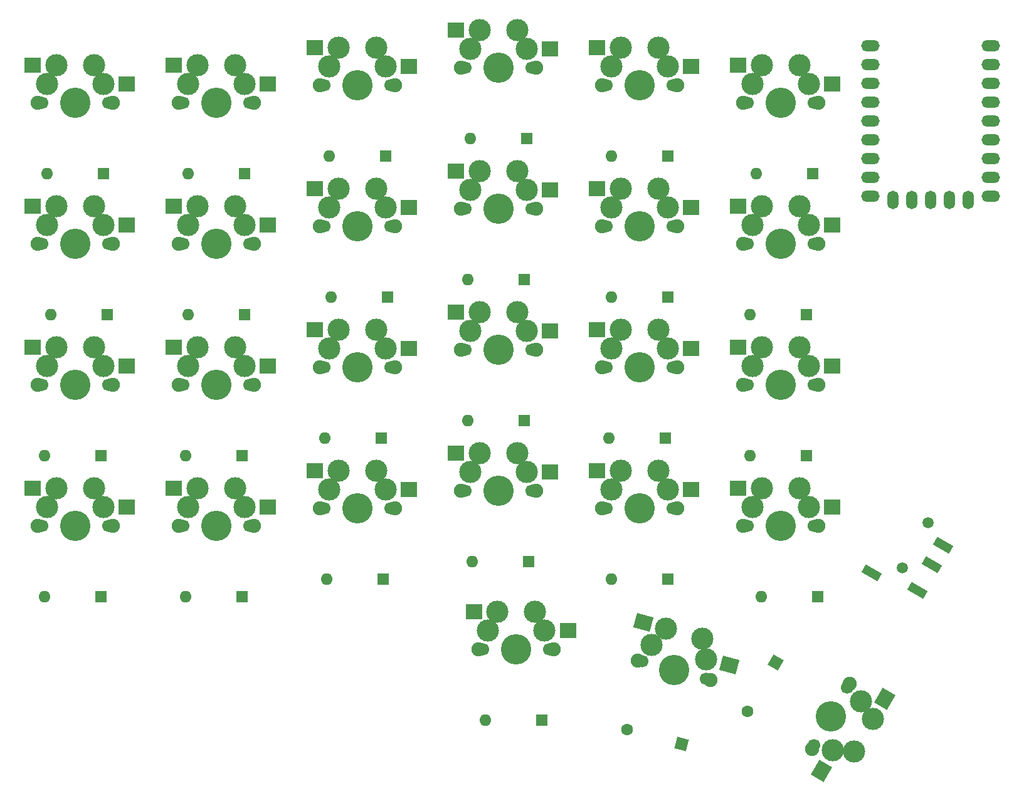
<source format=gts>
G04 #@! TF.GenerationSoftware,KiCad,Pcbnew,8.0.4*
G04 #@! TF.CreationDate,2024-09-10T03:21:52+03:00*
G04 #@! TF.ProjectId,silakka54,73696c61-6b6b-4613-9534-2e6b69636164,rev?*
G04 #@! TF.SameCoordinates,Original*
G04 #@! TF.FileFunction,Soldermask,Top*
G04 #@! TF.FilePolarity,Negative*
%FSLAX46Y46*%
G04 Gerber Fmt 4.6, Leading zero omitted, Abs format (unit mm)*
G04 Created by KiCad (PCBNEW 8.0.4) date 2024-09-10 03:21:52*
%MOMM*%
%LPD*%
G01*
G04 APERTURE LIST*
G04 Aperture macros list*
%AMHorizOval*
0 Thick line with rounded ends*
0 $1 width*
0 $2 $3 position (X,Y) of the first rounded end (center of the circle)*
0 $4 $5 position (X,Y) of the second rounded end (center of the circle)*
0 Add line between two ends*
20,1,$1,$2,$3,$4,$5,0*
0 Add two circle primitives to create the rounded ends*
1,1,$1,$2,$3*
1,1,$1,$4,$5*%
%AMRotRect*
0 Rectangle, with rotation*
0 The origin of the aperture is its center*
0 $1 length*
0 $2 width*
0 $3 Rotation angle, in degrees counterclockwise*
0 Add horizontal line*
21,1,$1,$2,0,0,$3*%
G04 Aperture macros list end*
%ADD10R,1.600000X1.600000*%
%ADD11O,1.600000X1.600000*%
%ADD12C,1.900000*%
%ADD13C,1.700000*%
%ADD14C,3.000000*%
%ADD15C,4.100000*%
%ADD16R,2.300000X2.000000*%
%ADD17RotRect,1.600000X1.600000X240.000000*%
%ADD18HorizOval,1.600000X0.000000X0.000000X0.000000X0.000000X0*%
%ADD19RotRect,2.300000X2.000000X165.000000*%
%ADD20RotRect,1.200000X2.500000X240.000000*%
%ADD21RotRect,2.300000X2.000000X60.000000*%
%ADD22O,2.500000X1.500000*%
%ADD23O,1.500000X2.500000*%
%ADD24RotRect,1.600000X1.600000X165.000000*%
%ADD25HorizOval,1.600000X0.000000X0.000000X0.000000X0.000000X0*%
%ADD26C,1.500000*%
G04 APERTURE END LIST*
D10*
G04 #@! TO.C,D18*
X138928750Y-88106250D03*
D11*
X131308750Y-88106250D03*
G04 #@! TD*
D10*
G04 #@! TO.C,D9*
X82378750Y-66675000D03*
D11*
X74758750Y-66675000D03*
G04 #@! TD*
D10*
G04 #@! TO.C,D5*
X120228749Y-47625001D03*
D11*
X112608749Y-47625001D03*
G04 #@! TD*
D12*
G04 #@! TO.C,S25*
X94670000Y-114300000D03*
D13*
X95250000Y-114300000D03*
D14*
X95940000Y-111760000D03*
X97210000Y-109220000D03*
D15*
X99750000Y-114300000D03*
D14*
X102290000Y-109220000D03*
X103560000Y-111759999D03*
D13*
X104250000Y-114300000D03*
D12*
X104830000Y-114300000D03*
D16*
X106750000Y-111720000D03*
X94050000Y-109180000D03*
G04 #@! TD*
D17*
G04 #@! TO.C,D27*
X134817500Y-116066052D03*
D18*
X131007500Y-122665166D03*
G04 #@! TD*
D12*
G04 #@! TO.C,S11*
X111338750Y-57150000D03*
D13*
X111918750Y-57150000D03*
D14*
X112608750Y-54610000D03*
X113878750Y-52070000D03*
D15*
X116418750Y-57150000D03*
D14*
X118958750Y-52070000D03*
X120228750Y-54609999D03*
D13*
X120918750Y-57150000D03*
D12*
X121498750Y-57150000D03*
D16*
X123418750Y-54570000D03*
X110718750Y-52030000D03*
G04 #@! TD*
D12*
G04 #@! TO.C,S5*
X111338750Y-38100000D03*
D13*
X111918750Y-38100000D03*
D14*
X112608750Y-35560000D03*
X113878750Y-33020000D03*
D15*
X116418750Y-38100000D03*
D14*
X118958750Y-33020000D03*
X120228750Y-35559999D03*
D13*
X120918750Y-38100000D03*
D12*
X121498750Y-38100000D03*
D16*
X123418750Y-35520000D03*
X110718750Y-32980000D03*
G04 #@! TD*
D12*
G04 #@! TO.C,S6*
X130388750Y-40481250D03*
D13*
X130968750Y-40481250D03*
D14*
X131658750Y-37941250D03*
X132928750Y-35401250D03*
D15*
X135468750Y-40481250D03*
D14*
X138008750Y-35401250D03*
X139278750Y-37941249D03*
D13*
X139968750Y-40481250D03*
D12*
X140548750Y-40481250D03*
D16*
X142468750Y-37901250D03*
X129768750Y-35361250D03*
G04 #@! TD*
D12*
G04 #@! TO.C,S10*
X92288750Y-54768750D03*
D13*
X92868750Y-54768750D03*
D14*
X93558750Y-52228750D03*
X94828750Y-49688750D03*
D15*
X97368750Y-54768750D03*
D14*
X99908750Y-49688750D03*
X101178750Y-52228749D03*
D13*
X101868750Y-54768750D03*
D12*
X102448750Y-54768750D03*
D16*
X104368750Y-52188750D03*
X91668750Y-49648750D03*
G04 #@! TD*
D10*
G04 #@! TO.C,D25*
X103210002Y-123825001D03*
D11*
X95590002Y-123825001D03*
G04 #@! TD*
D12*
G04 #@! TO.C,S23*
X111338750Y-95250000D03*
D13*
X111918750Y-95250000D03*
D14*
X112608750Y-92710000D03*
X113878750Y-90170000D03*
D15*
X116418750Y-95250000D03*
D14*
X118958750Y-90170000D03*
X120228750Y-92709999D03*
D13*
X120918750Y-95250000D03*
D12*
X121498750Y-95250000D03*
D16*
X123418750Y-92670000D03*
X110718750Y-90130000D03*
G04 #@! TD*
D10*
G04 #@! TO.C,D16*
X100828750Y-83343750D03*
D11*
X93208750Y-83343750D03*
G04 #@! TD*
D10*
G04 #@! TO.C,D21*
X81778752Y-104775001D03*
D11*
X74158752Y-104775001D03*
G04 #@! TD*
D10*
G04 #@! TO.C,D14*
X62728750Y-88106250D03*
D11*
X55108750Y-88106250D03*
G04 #@! TD*
D12*
G04 #@! TO.C,S3*
X73238750Y-38100000D03*
D13*
X73818750Y-38100000D03*
D14*
X74508750Y-35560000D03*
X75778750Y-33020000D03*
D15*
X78318750Y-38100000D03*
D14*
X80858750Y-33020000D03*
X82128750Y-35559999D03*
D13*
X82818750Y-38100000D03*
D12*
X83398750Y-38100000D03*
D16*
X85318750Y-35520000D03*
X72618750Y-32980000D03*
G04 #@! TD*
D12*
G04 #@! TO.C,S26*
X116191847Y-115766449D03*
D13*
X116752084Y-115916564D03*
D14*
X118075973Y-113641698D03*
X119960099Y-111516946D03*
D15*
X121098750Y-117081250D03*
D14*
X124867002Y-112831747D03*
X125436328Y-115613898D03*
D13*
X125445416Y-118245936D03*
D12*
X126005653Y-118396051D03*
D19*
X128527984Y-116400895D03*
X116918126Y-110660441D03*
G04 #@! TD*
D12*
G04 #@! TO.C,S17*
X111338750Y-76200000D03*
D13*
X111918750Y-76200000D03*
D14*
X112608750Y-73660000D03*
X113878750Y-71120000D03*
D15*
X116418750Y-76200000D03*
D14*
X118958750Y-71120000D03*
X120228750Y-73659999D03*
D13*
X120918750Y-76200000D03*
D12*
X121498750Y-76200000D03*
D16*
X123418750Y-73620000D03*
X110718750Y-71080000D03*
G04 #@! TD*
D12*
G04 #@! TO.C,S8*
X54188750Y-59531250D03*
D13*
X54768750Y-59531250D03*
D14*
X55458750Y-56991250D03*
X56728750Y-54451250D03*
D15*
X59268750Y-59531250D03*
D14*
X61808750Y-54451250D03*
X63078750Y-56991249D03*
D13*
X63768750Y-59531250D03*
D12*
X64348750Y-59531250D03*
D16*
X66268750Y-56951250D03*
X53568750Y-54411250D03*
G04 #@! TD*
D20*
G04 #@! TO.C,J1*
X155925412Y-102814968D03*
X157425409Y-100216893D03*
X147746245Y-103981696D03*
X153925410Y-106279070D03*
G04 #@! TD*
D10*
G04 #@! TO.C,D3*
X82128749Y-47625000D03*
D11*
X74508749Y-47625000D03*
G04 #@! TD*
D10*
G04 #@! TO.C,D1*
X44028749Y-50006251D03*
D11*
X36408749Y-50006251D03*
G04 #@! TD*
D10*
G04 #@! TO.C,D7*
X44528750Y-69056250D03*
D11*
X36908750Y-69056250D03*
G04 #@! TD*
D12*
G04 #@! TO.C,S13*
X35138750Y-78581250D03*
D13*
X35718750Y-78581250D03*
D14*
X36408750Y-76041250D03*
X37678750Y-73501250D03*
D15*
X40218750Y-78581250D03*
D14*
X42758750Y-73501250D03*
X44028750Y-76041249D03*
D13*
X44718750Y-78581250D03*
D12*
X45298750Y-78581250D03*
D16*
X47218750Y-76001250D03*
X34518750Y-73461250D03*
G04 #@! TD*
D12*
G04 #@! TO.C,S16*
X92288750Y-73818750D03*
D13*
X92868750Y-73818750D03*
D14*
X93558750Y-71278750D03*
X94828750Y-68738750D03*
D15*
X97368750Y-73818750D03*
D14*
X99908750Y-68738750D03*
X101178750Y-71278749D03*
D13*
X101868750Y-73818750D03*
D12*
X102448750Y-73818750D03*
D16*
X104368750Y-71238750D03*
X91668750Y-68698750D03*
G04 #@! TD*
D12*
G04 #@! TO.C,S27*
X144768750Y-118911841D03*
D13*
X144478750Y-119414136D03*
D14*
X146333455Y-121281693D03*
X147898159Y-123651545D03*
D15*
X142228750Y-123311250D03*
D14*
X145358159Y-128050955D03*
X142523455Y-127880807D03*
D13*
X139978750Y-127208364D03*
D12*
X139688750Y-127710659D03*
D21*
X140963096Y-130663428D03*
X149512800Y-120934905D03*
G04 #@! TD*
D12*
G04 #@! TO.C,S14*
X54188750Y-78581250D03*
D13*
X54768750Y-78581250D03*
D14*
X55458750Y-76041250D03*
X56728750Y-73501250D03*
D15*
X59268750Y-78581250D03*
D14*
X61808750Y-73501250D03*
X63078750Y-76041249D03*
D13*
X63768750Y-78581250D03*
D12*
X64348750Y-78581250D03*
D16*
X66268750Y-76001250D03*
X53568750Y-73461250D03*
G04 #@! TD*
D12*
G04 #@! TO.C,S7*
X35138750Y-59531250D03*
D13*
X35718750Y-59531250D03*
D14*
X36408750Y-56991250D03*
X37678750Y-54451250D03*
D15*
X40218750Y-59531250D03*
D14*
X42758750Y-54451250D03*
X44028750Y-56991249D03*
D13*
X44718750Y-59531250D03*
D12*
X45298750Y-59531250D03*
D16*
X47218750Y-56951250D03*
X34518750Y-54411250D03*
G04 #@! TD*
D12*
G04 #@! TO.C,S22*
X92288750Y-92868750D03*
D13*
X92868750Y-92868750D03*
D14*
X93558750Y-90328750D03*
X94828750Y-87788750D03*
D15*
X97368750Y-92868750D03*
D14*
X99908750Y-87788750D03*
X101178750Y-90328749D03*
D13*
X101868750Y-92868750D03*
D12*
X102448750Y-92868750D03*
D16*
X104368750Y-90288750D03*
X91668750Y-87748750D03*
G04 #@! TD*
D12*
G04 #@! TO.C,S19*
X35138750Y-97631250D03*
D13*
X35718750Y-97631250D03*
D14*
X36408750Y-95091250D03*
X37678750Y-92551250D03*
D15*
X40218750Y-97631250D03*
D14*
X42758750Y-92551250D03*
X44028750Y-95091249D03*
D13*
X44718750Y-97631250D03*
D12*
X45298750Y-97631250D03*
D16*
X47218750Y-95051250D03*
X34518750Y-92511250D03*
G04 #@! TD*
D10*
G04 #@! TO.C,D17*
X119878752Y-85725001D03*
D11*
X112258752Y-85725001D03*
G04 #@! TD*
D10*
G04 #@! TO.C,D2*
X63078749Y-50006250D03*
D11*
X55458749Y-50006250D03*
G04 #@! TD*
D10*
G04 #@! TO.C,D19*
X43678752Y-107156251D03*
D11*
X36058752Y-107156251D03*
G04 #@! TD*
D22*
G04 #@! TO.C,U1*
X163828750Y-32731250D03*
X163828750Y-35271250D03*
X163828750Y-37811250D03*
X163828750Y-40351250D03*
X163828750Y-42891250D03*
X163828750Y-45431250D03*
X163828750Y-47971250D03*
X163828750Y-50511250D03*
X163828750Y-53051250D03*
D23*
X160788750Y-53551250D03*
X158248750Y-53551250D03*
X155708750Y-53551250D03*
X153168750Y-53551250D03*
X150628750Y-53551250D03*
D22*
X147588750Y-53051250D03*
X147588750Y-50511250D03*
X147588750Y-47971250D03*
X147588750Y-45431250D03*
X147588750Y-42891250D03*
X147588750Y-40351250D03*
X147588750Y-37811250D03*
X147588750Y-35271250D03*
X147588750Y-32731250D03*
G04 #@! TD*
D12*
G04 #@! TO.C,S20*
X54188750Y-97631250D03*
D13*
X54768750Y-97631250D03*
D14*
X55458750Y-95091250D03*
X56728750Y-92551250D03*
D15*
X59268750Y-97631250D03*
D14*
X61808750Y-92551250D03*
X63078750Y-95091249D03*
D13*
X63768750Y-97631250D03*
D12*
X64348750Y-97631250D03*
D16*
X66268750Y-95051250D03*
X53568750Y-92511250D03*
G04 #@! TD*
D10*
G04 #@! TO.C,D10*
X100828752Y-64293751D03*
D11*
X93208752Y-64293751D03*
G04 #@! TD*
D10*
G04 #@! TO.C,D22*
X101441249Y-102393751D03*
D11*
X93821249Y-102393751D03*
G04 #@! TD*
D12*
G04 #@! TO.C,S2*
X54188750Y-40481250D03*
D13*
X54768750Y-40481250D03*
D14*
X55458750Y-37941250D03*
X56728750Y-35401250D03*
D15*
X59268750Y-40481250D03*
D14*
X61808750Y-35401250D03*
X63078750Y-37941249D03*
D13*
X63768750Y-40481250D03*
D12*
X64348750Y-40481250D03*
D16*
X66268750Y-37901250D03*
X53568750Y-35361250D03*
G04 #@! TD*
D10*
G04 #@! TO.C,D15*
X81578751Y-85725000D03*
D11*
X73958751Y-85725000D03*
G04 #@! TD*
D10*
G04 #@! TO.C,D23*
X120228749Y-104775001D03*
D11*
X112608749Y-104775001D03*
G04 #@! TD*
D12*
G04 #@! TO.C,S21*
X73238750Y-95250000D03*
D13*
X73818750Y-95250000D03*
D14*
X74508750Y-92710000D03*
X75778750Y-90170000D03*
D15*
X78318750Y-95250000D03*
D14*
X80858750Y-90170000D03*
X82128750Y-92709999D03*
D13*
X82818750Y-95250000D03*
D12*
X83398750Y-95250000D03*
D16*
X85318750Y-92670000D03*
X72618750Y-90130000D03*
G04 #@! TD*
D12*
G04 #@! TO.C,S12*
X130388750Y-59531250D03*
D13*
X130968750Y-59531250D03*
D14*
X131658750Y-56991250D03*
X132928750Y-54451250D03*
D15*
X135468750Y-59531250D03*
D14*
X138008750Y-54451250D03*
X139278750Y-56991249D03*
D13*
X139968750Y-59531250D03*
D12*
X140548750Y-59531250D03*
D16*
X142468750Y-56951250D03*
X129768750Y-54411250D03*
G04 #@! TD*
D12*
G04 #@! TO.C,S18*
X130388750Y-78581250D03*
D13*
X130968750Y-78581250D03*
D14*
X131658750Y-76041250D03*
X132928750Y-73501250D03*
D15*
X135468750Y-78581250D03*
D14*
X138008750Y-73501250D03*
X139278750Y-76041249D03*
D13*
X139968750Y-78581250D03*
D12*
X140548750Y-78581250D03*
D16*
X142468750Y-76001250D03*
X129768750Y-73461250D03*
G04 #@! TD*
D10*
G04 #@! TO.C,D4*
X101178749Y-45243751D03*
D11*
X93558749Y-45243751D03*
G04 #@! TD*
D24*
G04 #@! TO.C,D26*
X122142103Y-127101764D03*
D25*
X114781748Y-125129563D03*
G04 #@! TD*
D10*
G04 #@! TO.C,D20*
X62728750Y-107156250D03*
D11*
X55108750Y-107156250D03*
G04 #@! TD*
D10*
G04 #@! TO.C,D24*
X140493750Y-107156250D03*
D11*
X132873750Y-107156250D03*
G04 #@! TD*
D12*
G04 #@! TO.C,S4*
X92288750Y-35718750D03*
D13*
X92868750Y-35718750D03*
D14*
X93558750Y-33178750D03*
X94828750Y-30638750D03*
D15*
X97368750Y-35718750D03*
D14*
X99908750Y-30638750D03*
X101178750Y-33178749D03*
D13*
X101868750Y-35718750D03*
D12*
X102448750Y-35718750D03*
D16*
X104368750Y-33138750D03*
X91668750Y-30598750D03*
G04 #@! TD*
D12*
G04 #@! TO.C,S24*
X130388750Y-97631250D03*
D13*
X130968750Y-97631250D03*
D14*
X131658750Y-95091250D03*
X132928750Y-92551250D03*
D15*
X135468750Y-97631250D03*
D14*
X138008750Y-92551250D03*
X139278750Y-95091249D03*
D13*
X139968750Y-97631250D03*
D12*
X140548750Y-97631250D03*
D16*
X142468750Y-95051250D03*
X129768750Y-92511250D03*
G04 #@! TD*
D12*
G04 #@! TO.C,S9*
X73238750Y-57150000D03*
D13*
X73818750Y-57150000D03*
D14*
X74508750Y-54610000D03*
X75778750Y-52070000D03*
D15*
X78318750Y-57150000D03*
D14*
X80858750Y-52070000D03*
X82128750Y-54609999D03*
D13*
X82818750Y-57150000D03*
D12*
X83398750Y-57150000D03*
D16*
X85318750Y-54570000D03*
X72618750Y-52030000D03*
G04 #@! TD*
D10*
G04 #@! TO.C,D13*
X43678752Y-88106251D03*
D11*
X36058752Y-88106251D03*
G04 #@! TD*
D12*
G04 #@! TO.C,S15*
X73238750Y-76200000D03*
D13*
X73818750Y-76200000D03*
D14*
X74508750Y-73660000D03*
X75778750Y-71120000D03*
D15*
X78318750Y-76200000D03*
D14*
X80858750Y-71120000D03*
X82128750Y-73659999D03*
D13*
X82818750Y-76200000D03*
D12*
X83398750Y-76200000D03*
D16*
X85318750Y-73620000D03*
X72618750Y-71080000D03*
G04 #@! TD*
D10*
G04 #@! TO.C,D8*
X63078749Y-69056251D03*
D11*
X55458749Y-69056251D03*
G04 #@! TD*
D10*
G04 #@! TO.C,D12*
X138928752Y-69056251D03*
D11*
X131308752Y-69056251D03*
G04 #@! TD*
D10*
G04 #@! TO.C,D6*
X139778750Y-50006250D03*
D11*
X132158750Y-50006250D03*
G04 #@! TD*
D10*
G04 #@! TO.C,D11*
X120228749Y-66675001D03*
D11*
X112608749Y-66675001D03*
G04 #@! TD*
D12*
G04 #@! TO.C,S1*
X35138750Y-40481250D03*
D13*
X35718750Y-40481250D03*
D14*
X36408750Y-37941250D03*
X37678750Y-35401250D03*
D15*
X40218750Y-40481250D03*
D14*
X42758750Y-35401250D03*
X44028750Y-37941249D03*
D13*
X44718750Y-40481250D03*
D12*
X45298750Y-40481250D03*
D16*
X47218750Y-37901250D03*
X34518750Y-35361250D03*
G04 #@! TD*
D26*
G04 #@! TO.C,J2*
X155400000Y-97200000D03*
X151900000Y-103262178D03*
G04 #@! TD*
M02*

</source>
